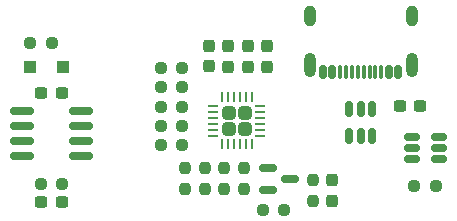
<source format=gbr>
%TF.GenerationSoftware,KiCad,Pcbnew,9.0.0*%
%TF.CreationDate,2025-03-06T17:29:06-05:00*%
%TF.ProjectId,USB-C-PD-Controller,5553422d-432d-4504-942d-436f6e74726f,rev?*%
%TF.SameCoordinates,Original*%
%TF.FileFunction,Paste,Top*%
%TF.FilePolarity,Positive*%
%FSLAX46Y46*%
G04 Gerber Fmt 4.6, Leading zero omitted, Abs format (unit mm)*
G04 Created by KiCad (PCBNEW 9.0.0) date 2025-03-06 17:29:06*
%MOMM*%
%LPD*%
G01*
G04 APERTURE LIST*
G04 Aperture macros list*
%AMRoundRect*
0 Rectangle with rounded corners*
0 $1 Rounding radius*
0 $2 $3 $4 $5 $6 $7 $8 $9 X,Y pos of 4 corners*
0 Add a 4 corners polygon primitive as box body*
4,1,4,$2,$3,$4,$5,$6,$7,$8,$9,$2,$3,0*
0 Add four circle primitives for the rounded corners*
1,1,$1+$1,$2,$3*
1,1,$1+$1,$4,$5*
1,1,$1+$1,$6,$7*
1,1,$1+$1,$8,$9*
0 Add four rect primitives between the rounded corners*
20,1,$1+$1,$2,$3,$4,$5,0*
20,1,$1+$1,$4,$5,$6,$7,0*
20,1,$1+$1,$6,$7,$8,$9,0*
20,1,$1+$1,$8,$9,$2,$3,0*%
G04 Aperture macros list end*
%ADD10RoundRect,0.237500X-0.237500X0.300000X-0.237500X-0.300000X0.237500X-0.300000X0.237500X0.300000X0*%
%ADD11RoundRect,0.237500X0.250000X0.237500X-0.250000X0.237500X-0.250000X-0.237500X0.250000X-0.237500X0*%
%ADD12RoundRect,0.237500X-0.237500X0.250000X-0.237500X-0.250000X0.237500X-0.250000X0.237500X0.250000X0*%
%ADD13RoundRect,0.150000X0.150000X0.425000X-0.150000X0.425000X-0.150000X-0.425000X0.150000X-0.425000X0*%
%ADD14RoundRect,0.075000X0.075000X0.500000X-0.075000X0.500000X-0.075000X-0.500000X0.075000X-0.500000X0*%
%ADD15O,1.000000X2.100000*%
%ADD16O,1.000000X1.800000*%
%ADD17RoundRect,0.237500X0.237500X-0.250000X0.237500X0.250000X-0.237500X0.250000X-0.237500X-0.250000X0*%
%ADD18RoundRect,0.237500X0.237500X-0.287500X0.237500X0.287500X-0.237500X0.287500X-0.237500X-0.287500X0*%
%ADD19RoundRect,0.150000X-0.587500X-0.150000X0.587500X-0.150000X0.587500X0.150000X-0.587500X0.150000X0*%
%ADD20RoundRect,0.250000X-0.305000X-0.305000X0.305000X-0.305000X0.305000X0.305000X-0.305000X0.305000X0*%
%ADD21RoundRect,0.062500X-0.337500X-0.062500X0.337500X-0.062500X0.337500X0.062500X-0.337500X0.062500X0*%
%ADD22RoundRect,0.062500X-0.062500X-0.337500X0.062500X-0.337500X0.062500X0.337500X-0.062500X0.337500X0*%
%ADD23RoundRect,0.237500X-0.250000X-0.237500X0.250000X-0.237500X0.250000X0.237500X-0.250000X0.237500X0*%
%ADD24RoundRect,0.250000X-0.300000X-0.300000X0.300000X-0.300000X0.300000X0.300000X-0.300000X0.300000X0*%
%ADD25RoundRect,0.150000X0.512500X0.150000X-0.512500X0.150000X-0.512500X-0.150000X0.512500X-0.150000X0*%
%ADD26RoundRect,0.237500X-0.300000X-0.237500X0.300000X-0.237500X0.300000X0.237500X-0.300000X0.237500X0*%
%ADD27RoundRect,0.150000X0.825000X0.150000X-0.825000X0.150000X-0.825000X-0.150000X0.825000X-0.150000X0*%
%ADD28RoundRect,0.150000X-0.150000X0.512500X-0.150000X-0.512500X0.150000X-0.512500X0.150000X0.512500X0*%
G04 APERTURE END LIST*
D10*
%TO.C,C205*%
X138161000Y-109478873D03*
X138161000Y-111203873D03*
%TD*%
D11*
%TO.C,R208*%
X130937000Y-117864873D03*
X129112000Y-117864873D03*
%TD*%
D12*
%TO.C,R211*%
X136144000Y-119757873D03*
X136144000Y-121582873D03*
%TD*%
D13*
%TO.C,J201*%
X149250000Y-111653500D03*
X148450000Y-111653500D03*
D14*
X147300000Y-111653500D03*
X146300000Y-111653500D03*
X145800000Y-111653500D03*
X144800000Y-111653500D03*
D13*
X143650000Y-111653500D03*
X142850000Y-111653500D03*
X142850000Y-111653500D03*
X143650000Y-111653500D03*
D14*
X144300000Y-111653500D03*
X145300000Y-111653500D03*
X146800000Y-111653500D03*
X147800000Y-111653500D03*
D13*
X148450000Y-111653500D03*
X149250000Y-111653500D03*
D15*
X150370000Y-111078500D03*
D16*
X150370000Y-106898500D03*
D15*
X141730000Y-111078500D03*
D16*
X141730000Y-106898500D03*
%TD*%
D17*
%TO.C,R205*%
X132842000Y-121606373D03*
X132842000Y-119781373D03*
%TD*%
%TO.C,R209*%
X131191000Y-121606373D03*
X131191000Y-119781373D03*
%TD*%
D18*
%TO.C,D202*%
X143637000Y-122575373D03*
X143637000Y-120825373D03*
%TD*%
D19*
%TO.C,Q202*%
X138176000Y-119781373D03*
X138176000Y-121681373D03*
X140051000Y-120731373D03*
%TD*%
D20*
%TO.C,U202*%
X134874000Y-115105873D03*
X134874000Y-116485873D03*
X136254000Y-115105873D03*
X136254000Y-116485873D03*
D21*
X133589000Y-114545873D03*
X133589000Y-115045873D03*
X133589000Y-115545873D03*
X133589000Y-116045873D03*
X133589000Y-116545873D03*
X133589000Y-117045873D03*
D22*
X134314000Y-117770873D03*
X134814000Y-117770873D03*
X135314000Y-117770873D03*
X135814000Y-117770873D03*
X136314000Y-117770873D03*
X136814000Y-117770873D03*
D21*
X137539000Y-117045873D03*
X137539000Y-116545873D03*
X137539000Y-116045873D03*
X137539000Y-115545873D03*
X137539000Y-115045873D03*
X137539000Y-114545873D03*
D22*
X136814000Y-113820873D03*
X136314000Y-113820873D03*
X135814000Y-113820873D03*
X135314000Y-113820873D03*
X134814000Y-113820873D03*
X134314000Y-113820873D03*
%TD*%
D23*
%TO.C,R213*%
X150598500Y-121285000D03*
X152423500Y-121285000D03*
%TD*%
D24*
%TO.C,D201*%
X118045000Y-111275500D03*
X120845000Y-111275500D03*
%TD*%
D25*
%TO.C,Q203*%
X152662500Y-119060000D03*
X152662500Y-118110000D03*
X152662500Y-117160000D03*
X150387500Y-117160000D03*
X150387500Y-118110000D03*
X150387500Y-119060000D03*
%TD*%
D26*
%TO.C,C204*%
X149378500Y-114577500D03*
X151103500Y-114577500D03*
%TD*%
D23*
%TO.C,R212*%
X118086500Y-109243500D03*
X119911500Y-109243500D03*
%TD*%
D10*
%TO.C,C201*%
X133208000Y-109452373D03*
X133208000Y-111177373D03*
%TD*%
D23*
%TO.C,R207*%
X137771500Y-123360873D03*
X139596500Y-123360873D03*
%TD*%
D27*
%TO.C,Q201*%
X122363000Y-118768500D03*
X122363000Y-117498500D03*
X122363000Y-116228500D03*
X122363000Y-114958500D03*
X117413000Y-114958500D03*
X117413000Y-116228500D03*
X117413000Y-117498500D03*
X117413000Y-118768500D03*
%TD*%
D23*
%TO.C,R203*%
X129120500Y-112946873D03*
X130945500Y-112946873D03*
%TD*%
D26*
%TO.C,C202*%
X119025500Y-113434500D03*
X120750500Y-113434500D03*
%TD*%
D11*
%TO.C,R202*%
X130945500Y-116248873D03*
X129120500Y-116248873D03*
%TD*%
D28*
%TO.C,U201*%
X147000000Y-114837000D03*
X146050000Y-114837000D03*
X145100000Y-114837000D03*
X145100000Y-117112000D03*
X146050000Y-117112000D03*
X147000000Y-117112000D03*
%TD*%
D12*
%TO.C,R206*%
X134493000Y-119781373D03*
X134493000Y-121606373D03*
%TD*%
D23*
%TO.C,R201*%
X129120500Y-114597873D03*
X130945500Y-114597873D03*
%TD*%
D26*
%TO.C,C203*%
X118999000Y-122631500D03*
X120724000Y-122631500D03*
%TD*%
D10*
%TO.C,C206*%
X136510000Y-109478873D03*
X136510000Y-111203873D03*
%TD*%
%TO.C,C207*%
X134859000Y-109478873D03*
X134859000Y-111203873D03*
%TD*%
D17*
%TO.C,R214*%
X141986000Y-122598873D03*
X141986000Y-120773873D03*
%TD*%
D23*
%TO.C,R210*%
X118952000Y-121107500D03*
X120777000Y-121107500D03*
%TD*%
D11*
%TO.C,R204*%
X130945500Y-111295873D03*
X129120500Y-111295873D03*
%TD*%
M02*

</source>
